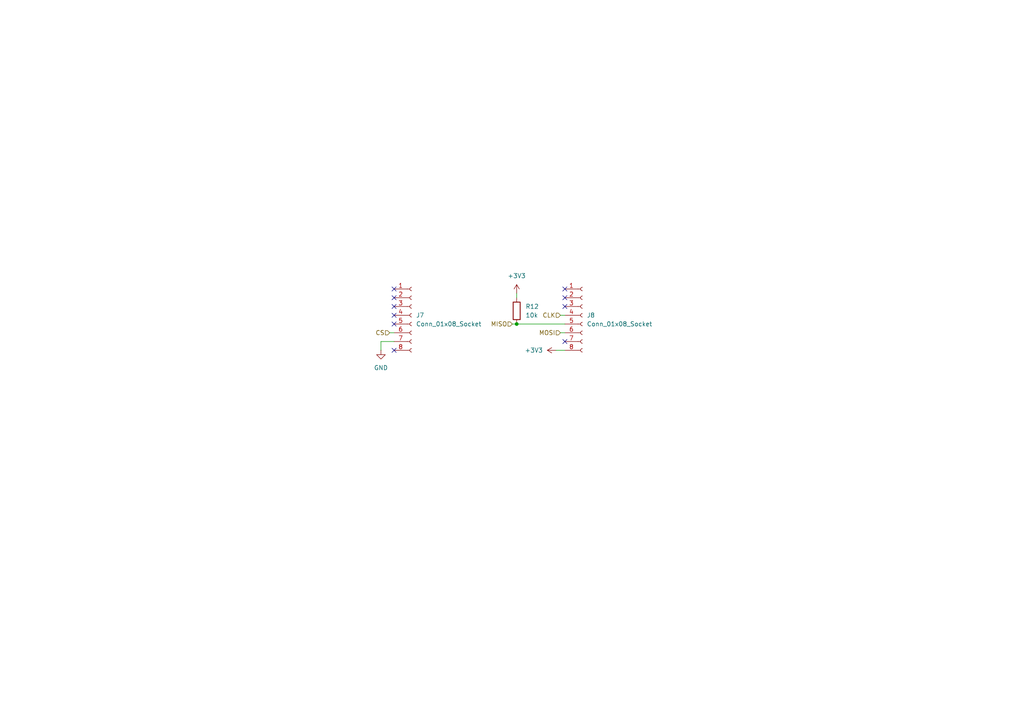
<source format=kicad_sch>
(kicad_sch (version 20250114) (generator "eeschema") (generator_version "9.0")
  (paper "A4")
  (title_block (title "FRDM-MCXA153 shield template") (date "2025-05-06") (company "HANdeld Horizons"))
  (lib_symbols
    (symbol "Connector:Conn_01x08_Socket" (pin_names (offset 1.016) (hide yes))
      (property "Reference" "J" (at 0 10.16 0))
      (property "Value" "Conn_01x08_Socket" (at 0 -12.7 0))
      (symbol "Conn_01x08_Socket_1_1"
        (polyline (pts (xy -1.27 7.62) (xy -0.508 7.62)) (stroke (width 0.1524)))
        (polyline (pts (xy -1.27 5.08) (xy -0.508 5.08)) (stroke (width 0.1524)))
        (polyline (pts (xy -1.27 2.54) (xy -0.508 2.54)) (stroke (width 0.1524)))
        (polyline (pts (xy -1.27 0) (xy -0.508 0)) (stroke (width 0.1524)))
        (polyline (pts (xy -1.27 -2.54) (xy -0.508 -2.54)) (stroke (width 0.1524)))
        (polyline (pts (xy -1.27 -5.08) (xy -0.508 -5.08)) (stroke (width 0.1524)))
        (polyline (pts (xy -1.27 -7.62) (xy -0.508 -7.62)) (stroke (width 0.1524)))
        (polyline (pts (xy -1.27 -10.16) (xy -0.508 -10.16)) (stroke (width 0.1524)))
        (arc (start 0 7.112) (mid -0.5058 7.62) (end 0 8.128) (stroke (width 0.1524)))
        (arc (start 0 4.572) (mid -0.5058 5.08) (end 0 5.588) (stroke (width 0.1524)))
        (arc (start 0 2.032) (mid -0.5058 2.54) (end 0 3.048) (stroke (width 0.1524)))
        (arc (start 0 -0.508) (mid -0.5058 0) (end 0 0.508) (stroke (width 0.1524)))
        (arc (start 0 -3.048) (mid -0.5058 -2.54) (end 0 -2.032) (stroke (width 0.1524)))
        (arc (start 0 -5.588) (mid -0.5058 -5.08) (end 0 -4.572) (stroke (width 0.1524)))
        (arc (start 0 -8.128) (mid -0.5058 -7.62) (end 0 -7.112) (stroke (width 0.1524)))
        (arc (start 0 -10.668) (mid -0.5058 -10.16) (end 0 -9.652) (stroke (width 0.1524)))
        (pin passive line (at -5.08 7.62 0) (length 3.81) (name "Pin_1") (number "1"))
        (pin passive line (at -5.08 5.08 0) (length 3.81) (name "Pin_2") (number "2"))
        (pin passive line (at -5.08 2.54 0) (length 3.81) (name "Pin_3") (number "3"))
        (pin passive line (at -5.08 0 0) (length 3.81) (name "Pin_4") (number "4"))
        (pin passive line (at -5.08 -2.54 0) (length 3.81) (name "Pin_5") (number "5"))
        (pin passive line (at -5.08 -5.08 0) (length 3.81) (name "Pin_6") (number "6"))
        (pin passive line (at -5.08 -7.62 0) (length 3.81) (name "Pin_7") (number "7"))
        (pin passive line (at -5.08 -10.16 0) (length 3.81) (name "Pin_8") (number "8"))
      )
    )
    (symbol "Device:R" (pin_numbers (hide yes)) (pin_names (offset 0))
      (property "Reference" "R" (at 2.032 0 90))
      (property "Value" "R" (at 0 0 90))
      (symbol "R_0_1"
        (rectangle (start -1.016 -2.54) (end 1.016 2.54) (stroke (width 0.254)))
      )
      (symbol "R_1_1"
        (pin passive line (at 0 3.81 270) (length 1.27) (name "~") (number "1"))
        (pin passive line (at 0 -3.81 90) (length 1.27) (name "~") (number "2"))
      )
    )
    (symbol "power:+3V3" (power) (pin_numbers (hide yes)) (pin_names (offset 0) (hide yes))
      (property "Value" "+3V3" (at 0 3.556 0))
      (symbol "+3V3_0_1"
        (polyline (pts (xy -0.762 1.27) (xy 0 2.54)))
        (polyline (pts (xy 0 2.54) (xy 0.762 1.27)))
        (polyline (pts (xy 0 0) (xy 0 2.54)))
      )
      (symbol "+3V3_1_1"
        (pin power_in line (at 0 0 90) (length 0) (name "~") (number "1"))
      )
    )
    (symbol "power:GND" (power) (pin_numbers (hide yes)) (pin_names (offset 0) (hide yes))
      (property "Value" "GND" (at 0 -3.81 0))
      (symbol "GND_0_1"
        (polyline (pts (xy 0 0) (xy 0 -1.27) (xy 1.27 -1.27) (xy 0 -2.54) (xy -1.27 -1.27) (xy 0 -1.27)))
      )
      (symbol "GND_1_1"
        (pin power_in line (at 0 0 270) (length 0) (name "~") (number "1"))
      )
    )
  )
  (junction (at 149.86 93.98))
  (no_connect (at 114.3 101.6))
  (no_connect (at 163.83 88.9))
  (no_connect (at 114.3 91.44))
  (no_connect (at 163.83 86.36))
  (no_connect (at 114.3 88.9))
  (no_connect (at 163.83 99.06))
  (no_connect (at 114.3 93.98))
  (no_connect (at 114.3 83.82))
  (no_connect (at 163.83 83.82))
  (no_connect (at 114.3 86.36))
  (wire (pts (xy 149.86 93.98) (xy 163.83 93.98)))
  (wire (pts (xy 110.49 99.06) (xy 114.3 99.06)))
  (wire (pts (xy 148.59 93.98) (xy 149.86 93.98)))
  (wire (pts (xy 110.49 101.6) (xy 110.49 99.06)))
  (wire (pts (xy 149.86 85.09) (xy 149.86 86.36)))
  (wire (pts (xy 161.29 101.6) (xy 163.83 101.6)))
  (wire (pts (xy 162.56 96.52) (xy 163.83 96.52)))
  (wire (pts (xy 113.03 96.52) (xy 114.3 96.52)))
  (wire (pts (xy 162.56 91.44) (xy 163.83 91.44)))
  (hierarchical_label "CLK" (shape input) (at 162.56 91.44 180))
  (hierarchical_label "MISO" (shape input) (at 148.59 93.98 180))
  (hierarchical_label "MOSI" (shape input) (at 162.56 96.52 180))
  (hierarchical_label "CS" (shape input) (at 113.03 96.52 180))
  (symbol (lib_id "Device:R") (at 149.86 90.17 0) (unit 1)
    (property "Reference" "R12" (at 152.4 88.8999 0) (effects (justify left)))
    (property "Value" "10k" (at 152.4 91.4399 0) (effects (justify left)))
    (property "Footprint" "Resistor_SMD:R_1206_3216Metric_Pad1.30x1.75mm_HandSolder" (effects (hide yes)))
    (property "Description" "Resistor" (effects (hide yes)))
  )
  (symbol (lib_id "power:+3V3") (at 149.86 85.09 0) (unit 1)
    (property "Reference" "#PWR013" (effects (hide yes)))
    (property "Value" "+3V3" (at 149.86 80.01 0))
    (property "Description" "Power symbol creates a global label with name \"+3V3\"" (effects (hide yes)))
  )
  (symbol (lib_id "Connector:Conn_01x08_Socket") (at 168.91 91.44 0) (unit 1)
    (property "Reference" "J8" (at 170.18 91.4399 0) (effects (justify left)))
    (property "Value" "Conn_01x08_Socket" (at 170.18 93.9799 0) (effects (justify left)))
    (property "Footprint" "Connector_PinSocket_2.54mm:PinSocket_1x08_P2.54mm_Vertical" (effects (hide yes)))
    (property "Description" "Generic connector, single row, 01x08, script generated" (effects (hide yes)))
  )
  (symbol (lib_id "power:GND") (at 110.49 101.6 0) (unit 1)
    (property "Reference" "#PWR012" (effects (hide yes)))
    (property "Value" "GND" (at 110.49 106.68 0))
    (property "Description" "Power symbol creates a global label with name \"GND\" , ground" (effects (hide yes)))
  )
  (symbol (lib_id "power:+3V3") (at 161.29 101.6 90) (unit 1)
    (property "Reference" "#PWR014" (effects (hide yes)))
    (property "Value" "+3V3" (at 157.48 101.5999 90) (effects (justify left)))
    (property "Description" "Power symbol creates a global label with name \"+3V3\"" (effects (hide yes)))
  )
  (symbol (lib_id "Connector:Conn_01x08_Socket") (at 119.38 91.44 0) (unit 1)
    (property "Reference" "J7" (at 120.65 91.4399 0) (effects (justify left)))
    (property "Value" "Conn_01x08_Socket" (at 120.65 93.9799 0) (effects (justify left)))
    (property "Footprint" "Connector_PinSocket_2.54mm:PinSocket_1x08_P2.54mm_Vertical" (effects (hide yes)))
    (property "Description" "Generic connector, single row, 01x08, script generated" (effects (hide yes)))
  )
)
</source>
